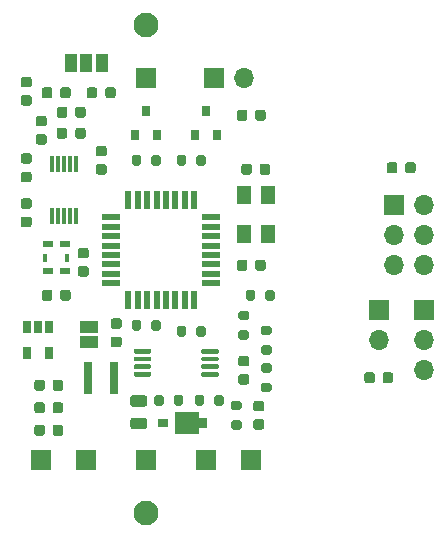
<source format=gts>
G04 #@! TF.GenerationSoftware,KiCad,Pcbnew,(5.1.9)-1*
G04 #@! TF.CreationDate,2021-06-03T21:06:58+02:00*
G04 #@! TF.ProjectId,HABakuk_v1.0,48414261-6b75-46b5-9f76-312e302e6b69,1.0*
G04 #@! TF.SameCoordinates,Original*
G04 #@! TF.FileFunction,Soldermask,Top*
G04 #@! TF.FilePolarity,Negative*
%FSLAX46Y46*%
G04 Gerber Fmt 4.6, Leading zero omitted, Abs format (unit mm)*
G04 Created by KiCad (PCBNEW (5.1.9)-1) date 2021-06-03 21:06:58*
%MOMM*%
%LPD*%
G01*
G04 APERTURE LIST*
%ADD10R,1.300000X1.600000*%
%ADD11R,2.000000X1.950000*%
%ADD12R,0.850000X0.650000*%
%ADD13R,0.650000X0.950000*%
%ADD14R,1.700000X1.700000*%
%ADD15O,1.700000X1.700000*%
%ADD16R,1.500000X1.000000*%
%ADD17C,2.100000*%
%ADD18R,0.650000X1.060000*%
%ADD19R,0.825000X0.500000*%
%ADD20R,0.430000X0.700000*%
%ADD21R,0.300000X1.400000*%
%ADD22R,0.550000X1.600000*%
%ADD23R,1.600000X0.550000*%
%ADD24R,0.800000X0.900000*%
%ADD25R,0.800000X2.700000*%
%ADD26R,1.000000X1.500000*%
G04 APERTURE END LIST*
D10*
X132731000Y-100202000D03*
X132731000Y-96902000D03*
X134731000Y-96902000D03*
X134731000Y-100202000D03*
D11*
X127923000Y-116205000D03*
D12*
X125843000Y-116205000D03*
D13*
X129248000Y-116205000D03*
D14*
X129540000Y-119380000D03*
X133350000Y-119380000D03*
X115570000Y-119380000D03*
X119380000Y-119380000D03*
X124460000Y-119380000D03*
X124460000Y-86995000D03*
D15*
X132715000Y-86995000D03*
D14*
X130175000Y-86995000D03*
D15*
X147955000Y-111760000D03*
X147955000Y-109220000D03*
D14*
X147955000Y-106680000D03*
D15*
X144145000Y-109220000D03*
D14*
X144145000Y-106680000D03*
D16*
X119634000Y-108062000D03*
X119634000Y-109362000D03*
D17*
X124460000Y-123825000D03*
X124460000Y-82550000D03*
D18*
X116266000Y-110320000D03*
X114366000Y-110320000D03*
X114366000Y-108120000D03*
X115316000Y-108120000D03*
X116266000Y-108120000D03*
D19*
X116102500Y-103385000D03*
D20*
X115905000Y-102235000D03*
D19*
X116102500Y-101085000D03*
X117577500Y-101085000D03*
D20*
X117775000Y-102235000D03*
D19*
X117577500Y-103385000D03*
D21*
X116475000Y-94320000D03*
X116975000Y-94320000D03*
X117475000Y-94320000D03*
X117975000Y-94320000D03*
X118475000Y-94320000D03*
X118475000Y-98720000D03*
X117975000Y-98720000D03*
X117475000Y-98720000D03*
X116975000Y-98720000D03*
X116475000Y-98720000D03*
D22*
X128530000Y-105850000D03*
X127730000Y-105850000D03*
X126930000Y-105850000D03*
X126130000Y-105850000D03*
X125330000Y-105850000D03*
X124530000Y-105850000D03*
X123730000Y-105850000D03*
X122930000Y-105850000D03*
D23*
X121480000Y-104400000D03*
X121480000Y-103600000D03*
X121480000Y-102800000D03*
X121480000Y-102000000D03*
X121480000Y-101200000D03*
X121480000Y-100400000D03*
X121480000Y-99600000D03*
X121480000Y-98800000D03*
D22*
X122930000Y-97350000D03*
X123730000Y-97350000D03*
X124530000Y-97350000D03*
X125330000Y-97350000D03*
X126130000Y-97350000D03*
X126930000Y-97350000D03*
X127730000Y-97350000D03*
X128530000Y-97350000D03*
D23*
X129980000Y-98800000D03*
X129980000Y-99600000D03*
X129980000Y-100400000D03*
X129980000Y-101200000D03*
X129980000Y-102000000D03*
X129980000Y-102800000D03*
X129980000Y-103600000D03*
X129980000Y-104400000D03*
G36*
G01*
X129125000Y-110250000D02*
X129125000Y-110050000D01*
G75*
G02*
X129225000Y-109950000I100000J0D01*
G01*
X130500000Y-109950000D01*
G75*
G02*
X130600000Y-110050000I0J-100000D01*
G01*
X130600000Y-110250000D01*
G75*
G02*
X130500000Y-110350000I-100000J0D01*
G01*
X129225000Y-110350000D01*
G75*
G02*
X129125000Y-110250000I0J100000D01*
G01*
G37*
G36*
G01*
X129125000Y-110900000D02*
X129125000Y-110700000D01*
G75*
G02*
X129225000Y-110600000I100000J0D01*
G01*
X130500000Y-110600000D01*
G75*
G02*
X130600000Y-110700000I0J-100000D01*
G01*
X130600000Y-110900000D01*
G75*
G02*
X130500000Y-111000000I-100000J0D01*
G01*
X129225000Y-111000000D01*
G75*
G02*
X129125000Y-110900000I0J100000D01*
G01*
G37*
G36*
G01*
X129125000Y-111550000D02*
X129125000Y-111350000D01*
G75*
G02*
X129225000Y-111250000I100000J0D01*
G01*
X130500000Y-111250000D01*
G75*
G02*
X130600000Y-111350000I0J-100000D01*
G01*
X130600000Y-111550000D01*
G75*
G02*
X130500000Y-111650000I-100000J0D01*
G01*
X129225000Y-111650000D01*
G75*
G02*
X129125000Y-111550000I0J100000D01*
G01*
G37*
G36*
G01*
X129125000Y-112200000D02*
X129125000Y-112000000D01*
G75*
G02*
X129225000Y-111900000I100000J0D01*
G01*
X130500000Y-111900000D01*
G75*
G02*
X130600000Y-112000000I0J-100000D01*
G01*
X130600000Y-112200000D01*
G75*
G02*
X130500000Y-112300000I-100000J0D01*
G01*
X129225000Y-112300000D01*
G75*
G02*
X129125000Y-112200000I0J100000D01*
G01*
G37*
G36*
G01*
X123400000Y-112200000D02*
X123400000Y-112000000D01*
G75*
G02*
X123500000Y-111900000I100000J0D01*
G01*
X124775000Y-111900000D01*
G75*
G02*
X124875000Y-112000000I0J-100000D01*
G01*
X124875000Y-112200000D01*
G75*
G02*
X124775000Y-112300000I-100000J0D01*
G01*
X123500000Y-112300000D01*
G75*
G02*
X123400000Y-112200000I0J100000D01*
G01*
G37*
G36*
G01*
X123400000Y-111550000D02*
X123400000Y-111350000D01*
G75*
G02*
X123500000Y-111250000I100000J0D01*
G01*
X124775000Y-111250000D01*
G75*
G02*
X124875000Y-111350000I0J-100000D01*
G01*
X124875000Y-111550000D01*
G75*
G02*
X124775000Y-111650000I-100000J0D01*
G01*
X123500000Y-111650000D01*
G75*
G02*
X123400000Y-111550000I0J100000D01*
G01*
G37*
G36*
G01*
X123400000Y-110900000D02*
X123400000Y-110700000D01*
G75*
G02*
X123500000Y-110600000I100000J0D01*
G01*
X124775000Y-110600000D01*
G75*
G02*
X124875000Y-110700000I0J-100000D01*
G01*
X124875000Y-110900000D01*
G75*
G02*
X124775000Y-111000000I-100000J0D01*
G01*
X123500000Y-111000000D01*
G75*
G02*
X123400000Y-110900000I0J100000D01*
G01*
G37*
G36*
G01*
X123400000Y-110250000D02*
X123400000Y-110050000D01*
G75*
G02*
X123500000Y-109950000I100000J0D01*
G01*
X124775000Y-109950000D01*
G75*
G02*
X124875000Y-110050000I0J-100000D01*
G01*
X124875000Y-110250000D01*
G75*
G02*
X124775000Y-110350000I-100000J0D01*
G01*
X123500000Y-110350000D01*
G75*
G02*
X123400000Y-110250000I0J100000D01*
G01*
G37*
G36*
G01*
X127845000Y-93705000D02*
X127845000Y-94255000D01*
G75*
G02*
X127645000Y-94455000I-200000J0D01*
G01*
X127245000Y-94455000D01*
G75*
G02*
X127045000Y-94255000I0J200000D01*
G01*
X127045000Y-93705000D01*
G75*
G02*
X127245000Y-93505000I200000J0D01*
G01*
X127645000Y-93505000D01*
G75*
G02*
X127845000Y-93705000I0J-200000D01*
G01*
G37*
G36*
G01*
X129495000Y-93705000D02*
X129495000Y-94255000D01*
G75*
G02*
X129295000Y-94455000I-200000J0D01*
G01*
X128895000Y-94455000D01*
G75*
G02*
X128695000Y-94255000I0J200000D01*
G01*
X128695000Y-93705000D01*
G75*
G02*
X128895000Y-93505000I200000J0D01*
G01*
X129295000Y-93505000D01*
G75*
G02*
X129495000Y-93705000I0J-200000D01*
G01*
G37*
G36*
G01*
X124885000Y-108225000D02*
X124885000Y-107675000D01*
G75*
G02*
X125085000Y-107475000I200000J0D01*
G01*
X125485000Y-107475000D01*
G75*
G02*
X125685000Y-107675000I0J-200000D01*
G01*
X125685000Y-108225000D01*
G75*
G02*
X125485000Y-108425000I-200000J0D01*
G01*
X125085000Y-108425000D01*
G75*
G02*
X124885000Y-108225000I0J200000D01*
G01*
G37*
G36*
G01*
X123235000Y-108225000D02*
X123235000Y-107675000D01*
G75*
G02*
X123435000Y-107475000I200000J0D01*
G01*
X123835000Y-107475000D01*
G75*
G02*
X124035000Y-107675000I0J-200000D01*
G01*
X124035000Y-108225000D01*
G75*
G02*
X123835000Y-108425000I-200000J0D01*
G01*
X123435000Y-108425000D01*
G75*
G02*
X123235000Y-108225000I0J200000D01*
G01*
G37*
G36*
G01*
X127845000Y-108183000D02*
X127845000Y-108733000D01*
G75*
G02*
X127645000Y-108933000I-200000J0D01*
G01*
X127245000Y-108933000D01*
G75*
G02*
X127045000Y-108733000I0J200000D01*
G01*
X127045000Y-108183000D01*
G75*
G02*
X127245000Y-107983000I200000J0D01*
G01*
X127645000Y-107983000D01*
G75*
G02*
X127845000Y-108183000I0J-200000D01*
G01*
G37*
G36*
G01*
X129495000Y-108183000D02*
X129495000Y-108733000D01*
G75*
G02*
X129295000Y-108933000I-200000J0D01*
G01*
X128895000Y-108933000D01*
G75*
G02*
X128695000Y-108733000I0J200000D01*
G01*
X128695000Y-108183000D01*
G75*
G02*
X128895000Y-107983000I200000J0D01*
G01*
X129295000Y-107983000D01*
G75*
G02*
X129495000Y-108183000I0J-200000D01*
G01*
G37*
G36*
G01*
X133687000Y-105135000D02*
X133687000Y-105685000D01*
G75*
G02*
X133487000Y-105885000I-200000J0D01*
G01*
X133087000Y-105885000D01*
G75*
G02*
X132887000Y-105685000I0J200000D01*
G01*
X132887000Y-105135000D01*
G75*
G02*
X133087000Y-104935000I200000J0D01*
G01*
X133487000Y-104935000D01*
G75*
G02*
X133687000Y-105135000I0J-200000D01*
G01*
G37*
G36*
G01*
X135337000Y-105135000D02*
X135337000Y-105685000D01*
G75*
G02*
X135137000Y-105885000I-200000J0D01*
G01*
X134737000Y-105885000D01*
G75*
G02*
X134537000Y-105685000I0J200000D01*
G01*
X134537000Y-105135000D01*
G75*
G02*
X134737000Y-104935000I200000J0D01*
G01*
X135137000Y-104935000D01*
G75*
G02*
X135337000Y-105135000I0J-200000D01*
G01*
G37*
G36*
G01*
X124885000Y-94255000D02*
X124885000Y-93705000D01*
G75*
G02*
X125085000Y-93505000I200000J0D01*
G01*
X125485000Y-93505000D01*
G75*
G02*
X125685000Y-93705000I0J-200000D01*
G01*
X125685000Y-94255000D01*
G75*
G02*
X125485000Y-94455000I-200000J0D01*
G01*
X125085000Y-94455000D01*
G75*
G02*
X124885000Y-94255000I0J200000D01*
G01*
G37*
G36*
G01*
X123235000Y-94255000D02*
X123235000Y-93705000D01*
G75*
G02*
X123435000Y-93505000I200000J0D01*
G01*
X123835000Y-93505000D01*
G75*
G02*
X124035000Y-93705000I0J-200000D01*
G01*
X124035000Y-94255000D01*
G75*
G02*
X123835000Y-94455000I-200000J0D01*
G01*
X123435000Y-94455000D01*
G75*
G02*
X123235000Y-94255000I0J200000D01*
G01*
G37*
G36*
G01*
X131805000Y-115995000D02*
X132355000Y-115995000D01*
G75*
G02*
X132555000Y-116195000I0J-200000D01*
G01*
X132555000Y-116595000D01*
G75*
G02*
X132355000Y-116795000I-200000J0D01*
G01*
X131805000Y-116795000D01*
G75*
G02*
X131605000Y-116595000I0J200000D01*
G01*
X131605000Y-116195000D01*
G75*
G02*
X131805000Y-115995000I200000J0D01*
G01*
G37*
G36*
G01*
X131805000Y-114345000D02*
X132355000Y-114345000D01*
G75*
G02*
X132555000Y-114545000I0J-200000D01*
G01*
X132555000Y-114945000D01*
G75*
G02*
X132355000Y-115145000I-200000J0D01*
G01*
X131805000Y-115145000D01*
G75*
G02*
X131605000Y-114945000I0J200000D01*
G01*
X131605000Y-114545000D01*
G75*
G02*
X131805000Y-114345000I200000J0D01*
G01*
G37*
G36*
G01*
X130219000Y-114575000D02*
X130219000Y-114025000D01*
G75*
G02*
X130419000Y-113825000I200000J0D01*
G01*
X130819000Y-113825000D01*
G75*
G02*
X131019000Y-114025000I0J-200000D01*
G01*
X131019000Y-114575000D01*
G75*
G02*
X130819000Y-114775000I-200000J0D01*
G01*
X130419000Y-114775000D01*
G75*
G02*
X130219000Y-114575000I0J200000D01*
G01*
G37*
G36*
G01*
X128569000Y-114575000D02*
X128569000Y-114025000D01*
G75*
G02*
X128769000Y-113825000I200000J0D01*
G01*
X129169000Y-113825000D01*
G75*
G02*
X129369000Y-114025000I0J-200000D01*
G01*
X129369000Y-114575000D01*
G75*
G02*
X129169000Y-114775000I-200000J0D01*
G01*
X128769000Y-114775000D01*
G75*
G02*
X128569000Y-114575000I0J200000D01*
G01*
G37*
G36*
G01*
X125940000Y-114025000D02*
X125940000Y-114575000D01*
G75*
G02*
X125740000Y-114775000I-200000J0D01*
G01*
X125340000Y-114775000D01*
G75*
G02*
X125140000Y-114575000I0J200000D01*
G01*
X125140000Y-114025000D01*
G75*
G02*
X125340000Y-113825000I200000J0D01*
G01*
X125740000Y-113825000D01*
G75*
G02*
X125940000Y-114025000I0J-200000D01*
G01*
G37*
G36*
G01*
X127590000Y-114025000D02*
X127590000Y-114575000D01*
G75*
G02*
X127390000Y-114775000I-200000J0D01*
G01*
X126990000Y-114775000D01*
G75*
G02*
X126790000Y-114575000I0J200000D01*
G01*
X126790000Y-114025000D01*
G75*
G02*
X126990000Y-113825000I200000J0D01*
G01*
X127390000Y-113825000D01*
G75*
G02*
X127590000Y-114025000I0J-200000D01*
G01*
G37*
G36*
G01*
X134345000Y-112820000D02*
X134895000Y-112820000D01*
G75*
G02*
X135095000Y-113020000I0J-200000D01*
G01*
X135095000Y-113420000D01*
G75*
G02*
X134895000Y-113620000I-200000J0D01*
G01*
X134345000Y-113620000D01*
G75*
G02*
X134145000Y-113420000I0J200000D01*
G01*
X134145000Y-113020000D01*
G75*
G02*
X134345000Y-112820000I200000J0D01*
G01*
G37*
G36*
G01*
X134345000Y-111170000D02*
X134895000Y-111170000D01*
G75*
G02*
X135095000Y-111370000I0J-200000D01*
G01*
X135095000Y-111770000D01*
G75*
G02*
X134895000Y-111970000I-200000J0D01*
G01*
X134345000Y-111970000D01*
G75*
G02*
X134145000Y-111770000I0J200000D01*
G01*
X134145000Y-111370000D01*
G75*
G02*
X134345000Y-111170000I200000J0D01*
G01*
G37*
G36*
G01*
X134345000Y-109645000D02*
X134895000Y-109645000D01*
G75*
G02*
X135095000Y-109845000I0J-200000D01*
G01*
X135095000Y-110245000D01*
G75*
G02*
X134895000Y-110445000I-200000J0D01*
G01*
X134345000Y-110445000D01*
G75*
G02*
X134145000Y-110245000I0J200000D01*
G01*
X134145000Y-109845000D01*
G75*
G02*
X134345000Y-109645000I200000J0D01*
G01*
G37*
G36*
G01*
X134345000Y-107995000D02*
X134895000Y-107995000D01*
G75*
G02*
X135095000Y-108195000I0J-200000D01*
G01*
X135095000Y-108595000D01*
G75*
G02*
X134895000Y-108795000I-200000J0D01*
G01*
X134345000Y-108795000D01*
G75*
G02*
X134145000Y-108595000I0J200000D01*
G01*
X134145000Y-108195000D01*
G75*
G02*
X134345000Y-107995000I200000J0D01*
G01*
G37*
G36*
G01*
X132440000Y-108375000D02*
X132990000Y-108375000D01*
G75*
G02*
X133190000Y-108575000I0J-200000D01*
G01*
X133190000Y-108975000D01*
G75*
G02*
X132990000Y-109175000I-200000J0D01*
G01*
X132440000Y-109175000D01*
G75*
G02*
X132240000Y-108975000I0J200000D01*
G01*
X132240000Y-108575000D01*
G75*
G02*
X132440000Y-108375000I200000J0D01*
G01*
G37*
G36*
G01*
X132440000Y-106725000D02*
X132990000Y-106725000D01*
G75*
G02*
X133190000Y-106925000I0J-200000D01*
G01*
X133190000Y-107325000D01*
G75*
G02*
X132990000Y-107525000I-200000J0D01*
G01*
X132440000Y-107525000D01*
G75*
G02*
X132240000Y-107325000I0J200000D01*
G01*
X132240000Y-106925000D01*
G75*
G02*
X132440000Y-106725000I200000J0D01*
G01*
G37*
D24*
X129540000Y-89805000D03*
X130490000Y-91805000D03*
X128590000Y-91805000D03*
X124460000Y-89805000D03*
X125410000Y-91805000D03*
X123510000Y-91805000D03*
G36*
G01*
X121000000Y-88521250D02*
X121000000Y-88008750D01*
G75*
G02*
X121218750Y-87790000I218750J0D01*
G01*
X121656250Y-87790000D01*
G75*
G02*
X121875000Y-88008750I0J-218750D01*
G01*
X121875000Y-88521250D01*
G75*
G02*
X121656250Y-88740000I-218750J0D01*
G01*
X121218750Y-88740000D01*
G75*
G02*
X121000000Y-88521250I0J218750D01*
G01*
G37*
G36*
G01*
X119425000Y-88521250D02*
X119425000Y-88008750D01*
G75*
G02*
X119643750Y-87790000I218750J0D01*
G01*
X120081250Y-87790000D01*
G75*
G02*
X120300000Y-88008750I0J-218750D01*
G01*
X120300000Y-88521250D01*
G75*
G02*
X120081250Y-88740000I-218750J0D01*
G01*
X119643750Y-88740000D01*
G75*
G02*
X119425000Y-88521250I0J218750D01*
G01*
G37*
G36*
G01*
X114043750Y-94965000D02*
X114556250Y-94965000D01*
G75*
G02*
X114775000Y-95183750I0J-218750D01*
G01*
X114775000Y-95621250D01*
G75*
G02*
X114556250Y-95840000I-218750J0D01*
G01*
X114043750Y-95840000D01*
G75*
G02*
X113825000Y-95621250I0J218750D01*
G01*
X113825000Y-95183750D01*
G75*
G02*
X114043750Y-94965000I218750J0D01*
G01*
G37*
G36*
G01*
X114043750Y-93390000D02*
X114556250Y-93390000D01*
G75*
G02*
X114775000Y-93608750I0J-218750D01*
G01*
X114775000Y-94046250D01*
G75*
G02*
X114556250Y-94265000I-218750J0D01*
G01*
X114043750Y-94265000D01*
G75*
G02*
X113825000Y-94046250I0J218750D01*
G01*
X113825000Y-93608750D01*
G75*
G02*
X114043750Y-93390000I218750J0D01*
G01*
G37*
G36*
G01*
X117760000Y-91437750D02*
X117760000Y-91950250D01*
G75*
G02*
X117541250Y-92169000I-218750J0D01*
G01*
X117103750Y-92169000D01*
G75*
G02*
X116885000Y-91950250I0J218750D01*
G01*
X116885000Y-91437750D01*
G75*
G02*
X117103750Y-91219000I218750J0D01*
G01*
X117541250Y-91219000D01*
G75*
G02*
X117760000Y-91437750I0J-218750D01*
G01*
G37*
G36*
G01*
X119335000Y-91437750D02*
X119335000Y-91950250D01*
G75*
G02*
X119116250Y-92169000I-218750J0D01*
G01*
X118678750Y-92169000D01*
G75*
G02*
X118460000Y-91950250I0J218750D01*
G01*
X118460000Y-91437750D01*
G75*
G02*
X118678750Y-91219000I218750J0D01*
G01*
X119116250Y-91219000D01*
G75*
G02*
X119335000Y-91437750I0J-218750D01*
G01*
G37*
D25*
X121750000Y-112395000D03*
X119550000Y-112395000D03*
D26*
X119380000Y-85725000D03*
X118080000Y-85725000D03*
X120680000Y-85725000D03*
D15*
X147955000Y-102870000D03*
X145415000Y-102870000D03*
X147955000Y-100330000D03*
X145415000Y-100330000D03*
X147955000Y-97790000D03*
D14*
X145415000Y-97790000D03*
G36*
G01*
X146375000Y-94865000D02*
X146375000Y-94365000D01*
G75*
G02*
X146600000Y-94140000I225000J0D01*
G01*
X147050000Y-94140000D01*
G75*
G02*
X147275000Y-94365000I0J-225000D01*
G01*
X147275000Y-94865000D01*
G75*
G02*
X147050000Y-95090000I-225000J0D01*
G01*
X146600000Y-95090000D01*
G75*
G02*
X146375000Y-94865000I0J225000D01*
G01*
G37*
G36*
G01*
X144825000Y-94865000D02*
X144825000Y-94365000D01*
G75*
G02*
X145050000Y-94140000I225000J0D01*
G01*
X145500000Y-94140000D01*
G75*
G02*
X145725000Y-94365000I0J-225000D01*
G01*
X145725000Y-94865000D01*
G75*
G02*
X145500000Y-95090000I-225000J0D01*
G01*
X145050000Y-95090000D01*
G75*
G02*
X144825000Y-94865000I0J225000D01*
G01*
G37*
G36*
G01*
X116515000Y-88015000D02*
X116515000Y-88515000D01*
G75*
G02*
X116290000Y-88740000I-225000J0D01*
G01*
X115840000Y-88740000D01*
G75*
G02*
X115615000Y-88515000I0J225000D01*
G01*
X115615000Y-88015000D01*
G75*
G02*
X115840000Y-87790000I225000J0D01*
G01*
X116290000Y-87790000D01*
G75*
G02*
X116515000Y-88015000I0J-225000D01*
G01*
G37*
G36*
G01*
X118065000Y-88015000D02*
X118065000Y-88515000D01*
G75*
G02*
X117840000Y-88740000I-225000J0D01*
G01*
X117390000Y-88740000D01*
G75*
G02*
X117165000Y-88515000I0J225000D01*
G01*
X117165000Y-88015000D01*
G75*
G02*
X117390000Y-87790000I225000J0D01*
G01*
X117840000Y-87790000D01*
G75*
G02*
X118065000Y-88015000I0J-225000D01*
G01*
G37*
G36*
G01*
X117785000Y-89666000D02*
X117785000Y-90166000D01*
G75*
G02*
X117560000Y-90391000I-225000J0D01*
G01*
X117110000Y-90391000D01*
G75*
G02*
X116885000Y-90166000I0J225000D01*
G01*
X116885000Y-89666000D01*
G75*
G02*
X117110000Y-89441000I225000J0D01*
G01*
X117560000Y-89441000D01*
G75*
G02*
X117785000Y-89666000I0J-225000D01*
G01*
G37*
G36*
G01*
X119335000Y-89666000D02*
X119335000Y-90166000D01*
G75*
G02*
X119110000Y-90391000I-225000J0D01*
G01*
X118660000Y-90391000D01*
G75*
G02*
X118435000Y-90166000I0J225000D01*
G01*
X118435000Y-89666000D01*
G75*
G02*
X118660000Y-89441000I225000J0D01*
G01*
X119110000Y-89441000D01*
G75*
G02*
X119335000Y-89666000I0J-225000D01*
G01*
G37*
G36*
G01*
X114550000Y-87813000D02*
X114050000Y-87813000D01*
G75*
G02*
X113825000Y-87588000I0J225000D01*
G01*
X113825000Y-87138000D01*
G75*
G02*
X114050000Y-86913000I225000J0D01*
G01*
X114550000Y-86913000D01*
G75*
G02*
X114775000Y-87138000I0J-225000D01*
G01*
X114775000Y-87588000D01*
G75*
G02*
X114550000Y-87813000I-225000J0D01*
G01*
G37*
G36*
G01*
X114550000Y-89363000D02*
X114050000Y-89363000D01*
G75*
G02*
X113825000Y-89138000I0J225000D01*
G01*
X113825000Y-88688000D01*
G75*
G02*
X114050000Y-88463000I225000J0D01*
G01*
X114550000Y-88463000D01*
G75*
G02*
X114775000Y-88688000I0J-225000D01*
G01*
X114775000Y-89138000D01*
G75*
G02*
X114550000Y-89363000I-225000J0D01*
G01*
G37*
G36*
G01*
X115320000Y-91765000D02*
X115820000Y-91765000D01*
G75*
G02*
X116045000Y-91990000I0J-225000D01*
G01*
X116045000Y-92440000D01*
G75*
G02*
X115820000Y-92665000I-225000J0D01*
G01*
X115320000Y-92665000D01*
G75*
G02*
X115095000Y-92440000I0J225000D01*
G01*
X115095000Y-91990000D01*
G75*
G02*
X115320000Y-91765000I225000J0D01*
G01*
G37*
G36*
G01*
X115320000Y-90215000D02*
X115820000Y-90215000D01*
G75*
G02*
X116045000Y-90440000I0J-225000D01*
G01*
X116045000Y-90890000D01*
G75*
G02*
X115820000Y-91115000I-225000J0D01*
G01*
X115320000Y-91115000D01*
G75*
G02*
X115095000Y-90890000I0J225000D01*
G01*
X115095000Y-90440000D01*
G75*
G02*
X115320000Y-90215000I225000J0D01*
G01*
G37*
G36*
G01*
X114050000Y-98750000D02*
X114550000Y-98750000D01*
G75*
G02*
X114775000Y-98975000I0J-225000D01*
G01*
X114775000Y-99425000D01*
G75*
G02*
X114550000Y-99650000I-225000J0D01*
G01*
X114050000Y-99650000D01*
G75*
G02*
X113825000Y-99425000I0J225000D01*
G01*
X113825000Y-98975000D01*
G75*
G02*
X114050000Y-98750000I225000J0D01*
G01*
G37*
G36*
G01*
X114050000Y-97200000D02*
X114550000Y-97200000D01*
G75*
G02*
X114775000Y-97425000I0J-225000D01*
G01*
X114775000Y-97875000D01*
G75*
G02*
X114550000Y-98100000I-225000J0D01*
G01*
X114050000Y-98100000D01*
G75*
G02*
X113825000Y-97875000I0J225000D01*
G01*
X113825000Y-97425000D01*
G75*
G02*
X114050000Y-97200000I225000J0D01*
G01*
G37*
G36*
G01*
X144470000Y-112645000D02*
X144470000Y-112145000D01*
G75*
G02*
X144695000Y-111920000I225000J0D01*
G01*
X145145000Y-111920000D01*
G75*
G02*
X145370000Y-112145000I0J-225000D01*
G01*
X145370000Y-112645000D01*
G75*
G02*
X145145000Y-112870000I-225000J0D01*
G01*
X144695000Y-112870000D01*
G75*
G02*
X144470000Y-112645000I0J225000D01*
G01*
G37*
G36*
G01*
X142920000Y-112645000D02*
X142920000Y-112145000D01*
G75*
G02*
X143145000Y-111920000I225000J0D01*
G01*
X143595000Y-111920000D01*
G75*
G02*
X143820000Y-112145000I0J-225000D01*
G01*
X143820000Y-112645000D01*
G75*
G02*
X143595000Y-112870000I-225000J0D01*
G01*
X143145000Y-112870000D01*
G75*
G02*
X142920000Y-112645000I0J225000D01*
G01*
G37*
G36*
G01*
X133675000Y-90420000D02*
X133675000Y-89920000D01*
G75*
G02*
X133900000Y-89695000I225000J0D01*
G01*
X134350000Y-89695000D01*
G75*
G02*
X134575000Y-89920000I0J-225000D01*
G01*
X134575000Y-90420000D01*
G75*
G02*
X134350000Y-90645000I-225000J0D01*
G01*
X133900000Y-90645000D01*
G75*
G02*
X133675000Y-90420000I0J225000D01*
G01*
G37*
G36*
G01*
X132125000Y-90420000D02*
X132125000Y-89920000D01*
G75*
G02*
X132350000Y-89695000I225000J0D01*
G01*
X132800000Y-89695000D01*
G75*
G02*
X133025000Y-89920000I0J-225000D01*
G01*
X133025000Y-90420000D01*
G75*
G02*
X132800000Y-90645000I-225000J0D01*
G01*
X132350000Y-90645000D01*
G75*
G02*
X132125000Y-90420000I0J225000D01*
G01*
G37*
G36*
G01*
X134056000Y-94992000D02*
X134056000Y-94492000D01*
G75*
G02*
X134281000Y-94267000I225000J0D01*
G01*
X134731000Y-94267000D01*
G75*
G02*
X134956000Y-94492000I0J-225000D01*
G01*
X134956000Y-94992000D01*
G75*
G02*
X134731000Y-95217000I-225000J0D01*
G01*
X134281000Y-95217000D01*
G75*
G02*
X134056000Y-94992000I0J225000D01*
G01*
G37*
G36*
G01*
X132506000Y-94992000D02*
X132506000Y-94492000D01*
G75*
G02*
X132731000Y-94267000I225000J0D01*
G01*
X133181000Y-94267000D01*
G75*
G02*
X133406000Y-94492000I0J-225000D01*
G01*
X133406000Y-94992000D01*
G75*
G02*
X133181000Y-95217000I-225000J0D01*
G01*
X132731000Y-95217000D01*
G75*
G02*
X132506000Y-94992000I0J225000D01*
G01*
G37*
G36*
G01*
X133025000Y-102620000D02*
X133025000Y-103120000D01*
G75*
G02*
X132800000Y-103345000I-225000J0D01*
G01*
X132350000Y-103345000D01*
G75*
G02*
X132125000Y-103120000I0J225000D01*
G01*
X132125000Y-102620000D01*
G75*
G02*
X132350000Y-102395000I225000J0D01*
G01*
X132800000Y-102395000D01*
G75*
G02*
X133025000Y-102620000I0J-225000D01*
G01*
G37*
G36*
G01*
X134575000Y-102620000D02*
X134575000Y-103120000D01*
G75*
G02*
X134350000Y-103345000I-225000J0D01*
G01*
X133900000Y-103345000D01*
G75*
G02*
X133675000Y-103120000I0J225000D01*
G01*
X133675000Y-102620000D01*
G75*
G02*
X133900000Y-102395000I225000J0D01*
G01*
X134350000Y-102395000D01*
G75*
G02*
X134575000Y-102620000I0J-225000D01*
G01*
G37*
G36*
G01*
X118876000Y-102941000D02*
X119376000Y-102941000D01*
G75*
G02*
X119601000Y-103166000I0J-225000D01*
G01*
X119601000Y-103616000D01*
G75*
G02*
X119376000Y-103841000I-225000J0D01*
G01*
X118876000Y-103841000D01*
G75*
G02*
X118651000Y-103616000I0J225000D01*
G01*
X118651000Y-103166000D01*
G75*
G02*
X118876000Y-102941000I225000J0D01*
G01*
G37*
G36*
G01*
X118876000Y-101391000D02*
X119376000Y-101391000D01*
G75*
G02*
X119601000Y-101616000I0J-225000D01*
G01*
X119601000Y-102066000D01*
G75*
G02*
X119376000Y-102291000I-225000J0D01*
G01*
X118876000Y-102291000D01*
G75*
G02*
X118651000Y-102066000I0J225000D01*
G01*
X118651000Y-101616000D01*
G75*
G02*
X118876000Y-101391000I225000J0D01*
G01*
G37*
G36*
G01*
X120400000Y-94305000D02*
X120900000Y-94305000D01*
G75*
G02*
X121125000Y-94530000I0J-225000D01*
G01*
X121125000Y-94980000D01*
G75*
G02*
X120900000Y-95205000I-225000J0D01*
G01*
X120400000Y-95205000D01*
G75*
G02*
X120175000Y-94980000I0J225000D01*
G01*
X120175000Y-94530000D01*
G75*
G02*
X120400000Y-94305000I225000J0D01*
G01*
G37*
G36*
G01*
X120400000Y-92755000D02*
X120900000Y-92755000D01*
G75*
G02*
X121125000Y-92980000I0J-225000D01*
G01*
X121125000Y-93430000D01*
G75*
G02*
X120900000Y-93655000I-225000J0D01*
G01*
X120400000Y-93655000D01*
G75*
G02*
X120175000Y-93430000I0J225000D01*
G01*
X120175000Y-92980000D01*
G75*
G02*
X120400000Y-92755000I225000J0D01*
G01*
G37*
G36*
G01*
X117165000Y-105660000D02*
X117165000Y-105160000D01*
G75*
G02*
X117390000Y-104935000I225000J0D01*
G01*
X117840000Y-104935000D01*
G75*
G02*
X118065000Y-105160000I0J-225000D01*
G01*
X118065000Y-105660000D01*
G75*
G02*
X117840000Y-105885000I-225000J0D01*
G01*
X117390000Y-105885000D01*
G75*
G02*
X117165000Y-105660000I0J225000D01*
G01*
G37*
G36*
G01*
X115615000Y-105660000D02*
X115615000Y-105160000D01*
G75*
G02*
X115840000Y-104935000I225000J0D01*
G01*
X116290000Y-104935000D01*
G75*
G02*
X116515000Y-105160000I0J-225000D01*
G01*
X116515000Y-105660000D01*
G75*
G02*
X116290000Y-105885000I-225000J0D01*
G01*
X115840000Y-105885000D01*
G75*
G02*
X115615000Y-105660000I0J225000D01*
G01*
G37*
G36*
G01*
X123350000Y-115766000D02*
X124300000Y-115766000D01*
G75*
G02*
X124550000Y-116016000I0J-250000D01*
G01*
X124550000Y-116516000D01*
G75*
G02*
X124300000Y-116766000I-250000J0D01*
G01*
X123350000Y-116766000D01*
G75*
G02*
X123100000Y-116516000I0J250000D01*
G01*
X123100000Y-116016000D01*
G75*
G02*
X123350000Y-115766000I250000J0D01*
G01*
G37*
G36*
G01*
X123350000Y-113866000D02*
X124300000Y-113866000D01*
G75*
G02*
X124550000Y-114116000I0J-250000D01*
G01*
X124550000Y-114616000D01*
G75*
G02*
X124300000Y-114866000I-250000J0D01*
G01*
X123350000Y-114866000D01*
G75*
G02*
X123100000Y-114616000I0J250000D01*
G01*
X123100000Y-114116000D01*
G75*
G02*
X123350000Y-113866000I250000J0D01*
G01*
G37*
G36*
G01*
X133735000Y-115895000D02*
X134235000Y-115895000D01*
G75*
G02*
X134460000Y-116120000I0J-225000D01*
G01*
X134460000Y-116570000D01*
G75*
G02*
X134235000Y-116795000I-225000J0D01*
G01*
X133735000Y-116795000D01*
G75*
G02*
X133510000Y-116570000I0J225000D01*
G01*
X133510000Y-116120000D01*
G75*
G02*
X133735000Y-115895000I225000J0D01*
G01*
G37*
G36*
G01*
X133735000Y-114345000D02*
X134235000Y-114345000D01*
G75*
G02*
X134460000Y-114570000I0J-225000D01*
G01*
X134460000Y-115020000D01*
G75*
G02*
X134235000Y-115245000I-225000J0D01*
G01*
X133735000Y-115245000D01*
G75*
G02*
X133510000Y-115020000I0J225000D01*
G01*
X133510000Y-114570000D01*
G75*
G02*
X133735000Y-114345000I225000J0D01*
G01*
G37*
G36*
G01*
X132465000Y-112085000D02*
X132965000Y-112085000D01*
G75*
G02*
X133190000Y-112310000I0J-225000D01*
G01*
X133190000Y-112760000D01*
G75*
G02*
X132965000Y-112985000I-225000J0D01*
G01*
X132465000Y-112985000D01*
G75*
G02*
X132240000Y-112760000I0J225000D01*
G01*
X132240000Y-112310000D01*
G75*
G02*
X132465000Y-112085000I225000J0D01*
G01*
G37*
G36*
G01*
X132465000Y-110535000D02*
X132965000Y-110535000D01*
G75*
G02*
X133190000Y-110760000I0J-225000D01*
G01*
X133190000Y-111210000D01*
G75*
G02*
X132965000Y-111435000I-225000J0D01*
G01*
X132465000Y-111435000D01*
G75*
G02*
X132240000Y-111210000I0J225000D01*
G01*
X132240000Y-110760000D01*
G75*
G02*
X132465000Y-110535000I225000J0D01*
G01*
G37*
G36*
G01*
X121670000Y-108910000D02*
X122170000Y-108910000D01*
G75*
G02*
X122395000Y-109135000I0J-225000D01*
G01*
X122395000Y-109585000D01*
G75*
G02*
X122170000Y-109810000I-225000J0D01*
G01*
X121670000Y-109810000D01*
G75*
G02*
X121445000Y-109585000I0J225000D01*
G01*
X121445000Y-109135000D01*
G75*
G02*
X121670000Y-108910000I225000J0D01*
G01*
G37*
G36*
G01*
X121670000Y-107360000D02*
X122170000Y-107360000D01*
G75*
G02*
X122395000Y-107585000I0J-225000D01*
G01*
X122395000Y-108035000D01*
G75*
G02*
X122170000Y-108260000I-225000J0D01*
G01*
X121670000Y-108260000D01*
G75*
G02*
X121445000Y-108035000I0J225000D01*
G01*
X121445000Y-107585000D01*
G75*
G02*
X121670000Y-107360000I225000J0D01*
G01*
G37*
G36*
G01*
X115880000Y-116590000D02*
X115880000Y-117090000D01*
G75*
G02*
X115655000Y-117315000I-225000J0D01*
G01*
X115205000Y-117315000D01*
G75*
G02*
X114980000Y-117090000I0J225000D01*
G01*
X114980000Y-116590000D01*
G75*
G02*
X115205000Y-116365000I225000J0D01*
G01*
X115655000Y-116365000D01*
G75*
G02*
X115880000Y-116590000I0J-225000D01*
G01*
G37*
G36*
G01*
X117430000Y-116590000D02*
X117430000Y-117090000D01*
G75*
G02*
X117205000Y-117315000I-225000J0D01*
G01*
X116755000Y-117315000D01*
G75*
G02*
X116530000Y-117090000I0J225000D01*
G01*
X116530000Y-116590000D01*
G75*
G02*
X116755000Y-116365000I225000J0D01*
G01*
X117205000Y-116365000D01*
G75*
G02*
X117430000Y-116590000I0J-225000D01*
G01*
G37*
G36*
G01*
X115880000Y-112780000D02*
X115880000Y-113280000D01*
G75*
G02*
X115655000Y-113505000I-225000J0D01*
G01*
X115205000Y-113505000D01*
G75*
G02*
X114980000Y-113280000I0J225000D01*
G01*
X114980000Y-112780000D01*
G75*
G02*
X115205000Y-112555000I225000J0D01*
G01*
X115655000Y-112555000D01*
G75*
G02*
X115880000Y-112780000I0J-225000D01*
G01*
G37*
G36*
G01*
X117430000Y-112780000D02*
X117430000Y-113280000D01*
G75*
G02*
X117205000Y-113505000I-225000J0D01*
G01*
X116755000Y-113505000D01*
G75*
G02*
X116530000Y-113280000I0J225000D01*
G01*
X116530000Y-112780000D01*
G75*
G02*
X116755000Y-112555000I225000J0D01*
G01*
X117205000Y-112555000D01*
G75*
G02*
X117430000Y-112780000I0J-225000D01*
G01*
G37*
G36*
G01*
X115880000Y-114685000D02*
X115880000Y-115185000D01*
G75*
G02*
X115655000Y-115410000I-225000J0D01*
G01*
X115205000Y-115410000D01*
G75*
G02*
X114980000Y-115185000I0J225000D01*
G01*
X114980000Y-114685000D01*
G75*
G02*
X115205000Y-114460000I225000J0D01*
G01*
X115655000Y-114460000D01*
G75*
G02*
X115880000Y-114685000I0J-225000D01*
G01*
G37*
G36*
G01*
X117430000Y-114685000D02*
X117430000Y-115185000D01*
G75*
G02*
X117205000Y-115410000I-225000J0D01*
G01*
X116755000Y-115410000D01*
G75*
G02*
X116530000Y-115185000I0J225000D01*
G01*
X116530000Y-114685000D01*
G75*
G02*
X116755000Y-114460000I225000J0D01*
G01*
X117205000Y-114460000D01*
G75*
G02*
X117430000Y-114685000I0J-225000D01*
G01*
G37*
M02*

</source>
